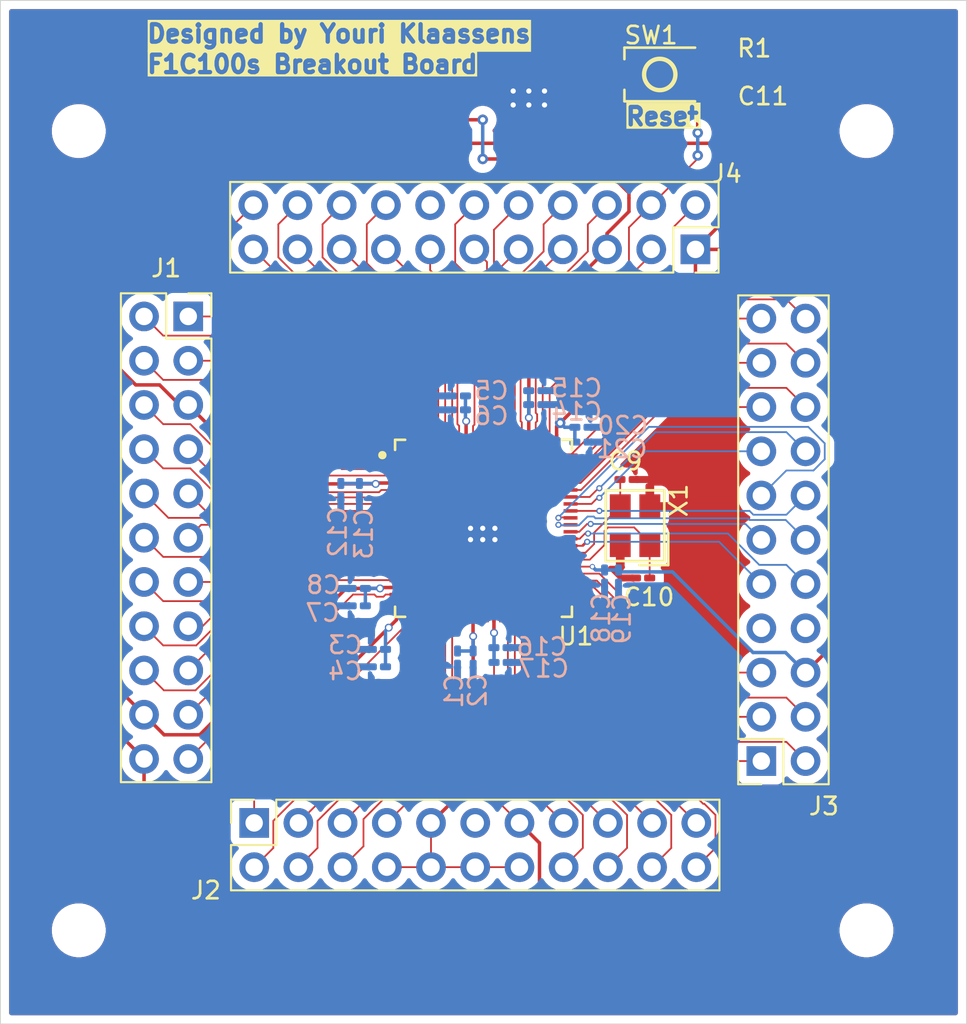
<source format=kicad_pcb>
(kicad_pcb (version 20241229) (generator "pcbnew") (generator_version "9.0")
  (title_block (title "F1C100s Breakout Board Layout") (date "2025-04-04") (rev "1") (company "Author: Youri Klaassens"))
  (layers (0 "F.Cu" signal) (2 "B.Cu" signal) (13 "F.Paste" user) (15 "B.Paste" user) (5 "F.SilkS" user "F.Silkscreen") (7 "B.SilkS" user "B.Silkscreen") (1 "F.Mask" user) (3 "B.Mask" user) (25 "Edge.Cuts" user))
  (net 0 "")
  (net 1 "PD12")
  (net 2 "HPCOMFB")
  (net 3 "HPVCC")
  (net 4 "HPCOM")
  (net 5 "PD7")
  (net 6 "PD1")
  (net 7 "PD5")
  (net 8 "HPL")
  (net 9 "PD10")
  (net 10 "PD2")
  (net 11 "PD13")
  (net 12 "PD0")
  (net 13 "PD9")
  (net 14 "PD8")
  (net 15 "PD6")
  (net 16 "PD3")
  (net 17 "PD14")
  (net 18 "PD4")
  (net 19 "PD11")
  (net 20 "PE6")
  (net 21 "PE11")
  (net 22 "PD17")
  (net 23 "PE12")
  (net 24 "PD18")
  (net 25 "PE9")
  (net 26 "/HOSCO")
  (net 27 "PE7")
  (net 28 "PE10")
  (net 29 "PD20")
  (net 30 "PE5")
  (net 32 "PE8")
  (net 33 "PD19")
  (net 34 "PD15")
  (net 35 "PD21")
  (net 36 "PD16")
  (net 37 "PE4")
  (net 38 "PE3")
  (net 39 "PE0")
  (net 40 "PE1")
  (net 41 "PE2")
  (net 42 "PF4")
  (net 43 "PC3")
  (net 44 "PF2")
  (net 45 "/HOSCI")
  (net 46 "TPY2")
  (net 47 "TPX1")
  (net 48 "PC1")
  (net 49 "TPX2")
  (net 50 "PF0")
  (net 51 "PF3")
  (net 52 "PC2")
  (net 53 "TPY1")
  (net 54 "PF5")
  (net 55 "GND")
  (net 56 "+2V5")
  (net 57 "+1V1")
  (net 58 "+2V8")
  (net 59 "+3V3")
  (net 60 "PC0")
  (net 61 "PF1")
  (net 62 "USB_DP")
  (net 63 "VRA2")
  (net 64 "VRA1")
  (net 65 "TV_IN1")
  (net 66 "AGND")
  (net 67 "FMINR")
  (net 68 "TVOUT")
  (net 69 "USB_DM")
  (net 70 "RESET")
  (net 71 "LRADC0")
  (net 72 "TV_VRN")
  (net 73 "TV_VCC")
  (net 74 "HPR")
  (net 75 "LINL")
  (net 76 "AVCC")
  (net 77 "TV_IN0")
  (net 78 "TV_VRP")
  (net 79 "MICIN")
  (net 80 "FMINL")
  (net 81 "TVGND")
  (footprint "Capacitor_SMD:C_0201_0603Metric_Pad0.64x0.40mm_HandSolder" (layer "F.Cu") (at 163.57 38.75 90)
    (property "Reference" "C11")
    (property "Value" "0.1 uF" (hide yes))
  )
  (footprint "Capacitor_SMD:C_0201_0603Metric_Pad0.64x0.40mm_HandSolder" (layer "F.Cu") (at 157.6925 61.25 180)
    (property "Reference" "C9")
    (property "Value" "18 pF" (hide yes))
  )
  (footprint "Connector_PinSocket_2.54mm:PinSocket_2x11_P2.54mm_Vertical" (layer "F.Cu") (at 161.62 48.04 -90)
    (property "Reference" "J4")
    (property "Value" "Conn_02x11_Odd_Even" (hide yes))
  )
  (footprint "MountingHole:MountingHole_2.7mm_M2.5" (layer "F.Cu") (at 126.195 87.125)
    (property "Reference" "H1" (hide yes))
    (property "Value" "MountingHole" (hide yes))
  )
  (footprint "MountingHole:MountingHole_2.7mm_M2.5" (layer "F.Cu") (at 171.445 41.25)
    (property "Reference" "H3" (hide yes))
    (property "Value" "MountingHole" (hide yes))
  )
  (footprint "Capacitor_SMD:C_0201_0603Metric_Pad0.64x0.40mm_HandSolder" (layer "F.Cu") (at 158.5825 66.9 180)
    (property "Reference" "C10")
    (property "Value" "18 pF" (hide yes))
  )
  (footprint "24MHz-Oscillator:CRYSTAL-SMD_4P-L3.2-W2.5-BL" (layer "F.Cu") (at 158.15 63.9 90)
    (property "Reference" "X1")
    (property "Value" "24 MHz" (hide yes))
  )
  (footprint "Connector_PinSocket_2.54mm:PinSocket_2x11_P2.54mm_Vertical" (layer "F.Cu") (at 165.405 77.41 180)
    (property "Reference" "J3")
    (property "Value" "Conn_02x11_Odd_Even" (hide yes))
  )
  (footprint "Resistor_SMD:R_0201_0603Metric_Pad0.64x0.40mm_HandSolder" (layer "F.Cu") (at 163.57 36.75 -90)
    (property "Reference" "R1")
    (property "Value" "47K" (hide yes))
  )
  (footprint "F1C100s-SoC:QFN-88_L10.0-W10.0-P0.40-BL-EP6.75" (layer "F.Cu") (at 149.445 64.05 -90)
    (property "Reference" "U1")
    (property "Value" "F1C100S" (hide yes))
  )
  (footprint "MountingHole:MountingHole_2.7mm_M2.5" (layer "F.Cu") (at 171.445 87.125)
    (property "Reference" "H2" (hide yes))
    (property "Value" "MountingHole" (hide yes))
  )
  (footprint "Connector_PinSocket_2.54mm:PinSocket_2x11_P2.54mm_Vertical" (layer "F.Cu") (at 136.27 80.96 90)
    (property "Reference" "J2")
    (property "Value" "Conn_02x11_Odd_Even" (hide yes))
  )
  (footprint "Connector_PinSocket_2.54mm:PinSocket_2x11_P2.54mm_Vertical" (layer "F.Cu") (at 132.485 51.89)
    (property "Reference" "J1")
    (property "Value" "Conn_02x11_Odd_Even" (hide yes))
  )
  (footprint "MountingHole:MountingHole_2.7mm_M2.5" (layer "F.Cu") (at 126.195 41.25)
    (property "Reference" "H4" (hide yes))
    (property "Value" "MountingHole" (hide yes))
  )
  (footprint "Button-smd:SW-SMD_L3.9-W3.0-P4.45" (layer "F.Cu") (at 159.57 38)
    (property "Reference" "SW1")
    (property "Value" "~")
  )
  (footprint "Capacitor_SMD:C_0201_0603Metric_Pad0.64x0.40mm_HandSolder" (layer "B.Cu") (at 142.3175 61.8825 -90)
    (property "Reference" "C13")
    (property "Value" "0.1 uF" (hide yes))
  )
  (footprint "Capacitor_SMD:C_0201_0603Metric_Pad0.64x0.40mm_HandSolder" (layer "B.Cu") (at 152.45 56.95)
    (property "Reference" "C14")
    (property "Value" "1 uF" (hide yes))
  )
  (footprint "Capacitor_SMD:C_0201_0603Metric_Pad0.64x0.40mm_HandSolder" (layer "B.Cu") (at 142.25 67.5 180)
    (property "Reference" "C8")
    (property "Value" "0.1 uF" (hide yes))
  )
  (footprint "Capacitor_SMD:C_0201_0603Metric_Pad0.64x0.40mm_HandSolder" (layer "B.Cu") (at 141.25 61.8825 -90)
    (property "Reference" "C12")
    (property "Value" "1 uF" (hide yes))
  )
  (footprint "Capacitor_SMD:C_0201_0603Metric_Pad0.64x0.40mm_HandSolder" (layer "B.Cu") (at 155.1 58.25)
    (property "Reference" "C21")
    (property "Value" "0.1 uF" (hide yes))
  )
  (footprint "Capacitor_SMD:C_0201_0603Metric_Pad0.64x0.40mm_HandSolder" (layer "B.Cu") (at 148 57.25 180)
    (property "Reference" "C6")
    (property "Value" "0.1 uF" (hide yes))
  )
  (footprint "Capacitor_SMD:C_0201_0603Metric_Pad0.64x0.40mm_HandSolder" (layer "B.Cu") (at 155.1 59.1)
    (property "Reference" "C20")
    (property "Value" "1 uF" (hide yes))
  )
  (footprint "Capacitor_SMD:C_0201_0603Metric_Pad0.64x0.40mm_HandSolder" (layer "B.Cu") (at 150.45 70.9)
    (property "Reference" "C16")
    (property "Value" "1 uF" (hide yes))
  )
  (footprint "Capacitor_SMD:C_0201_0603Metric_Pad0.64x0.40mm_HandSolder" (layer "B.Cu") (at 156.4 66.85 -90)
    (property "Reference" "C18")
    (property "Value" "1 uF" (hide yes))
  )
  (footprint "Capacitor_SMD:C_0201_0603Metric_Pad0.64x0.40mm_HandSolder" (layer "B.Cu") (at 143.4075 72 180)
    (property "Reference" "C4")
    (property "Value" "0.1 uF" (hide yes))
  )
  (footprint "Capacitor_SMD:C_0201_0603Metric_Pad0.64x0.40mm_HandSolder" (layer "B.Cu") (at 147.95 71.5 -90)
    (property "Reference" "C1")
    (property "Value" "0.1 uF" (hide yes))
  )
  (footprint "Capacitor_SMD:C_0201_0603Metric_Pad0.64x0.40mm_HandSolder" (layer "B.Cu") (at 157.2 66.85 -90)
    (property "Reference" "C19")
    (property "Value" "0.1 uF" (hide yes))
  )
  (footprint "Capacitor_SMD:C_0201_0603Metric_Pad0.64x0.40mm_HandSolder" (layer "B.Cu") (at 152.45 56.15)
    (property "Reference" "C15")
    (property "Value" "0.1 uF" (hide yes))
  )
  (footprint "Capacitor_SMD:C_0201_0603Metric_Pad0.64x0.40mm_HandSolder" (layer "B.Cu") (at 143.4075 71 180)
    (property "Reference" "C3")
    (property "Value" "1 uF" (hide yes))
  )
  (footprint "Capacitor_SMD:C_0201_0603Metric_Pad0.64x0.40mm_HandSolder" (layer "B.Cu") (at 150.4575 71.75)
    (property "Reference" "C17")
    (property "Value" "0.1 uF" (hide yes))
  )
  (footprint "Capacitor_SMD:C_0201_0603Metric_Pad0.64x0.40mm_HandSolder" (layer "B.Cu") (at 148.85 71.5 -90)
    (property "Reference" "C2")
    (property "Value" "1 uF" (hide yes))
  )
  (footprint "Capacitor_SMD:C_0201_0603Metric_Pad0.64x0.40mm_HandSolder" (layer "B.Cu") (at 148 56.45 180)
    (property "Reference" "C5")
    (property "Value" "1 uF" (hide yes))
  )
  (footprint "Capacitor_SMD:C_0201_0603Metric_Pad0.64x0.40mm_HandSolder" (layer "B.Cu") (at 142.25 68.5 180)
    (property "Reference" "C7")
    (property "Value" "1 uF" (hide yes))
  )
  (gr_rect (start 121.695 33.75) (end 177.195 92.5) (stroke (width 0.05)) (fill no) (layer "Edge.Cuts"))
  (gr_text "F1C100s Breakout Board" (at 130 38 0) (layer "F.SilkS" knockout) (effects (font (size 1 1) (thickness 0.25) (bold yes)) (justify left bottom)))
  (gr_text "Designed by Youri Klaassens" (at 130 36.25 0) (layer "F.SilkS" knockout) (effects (font (size 1 1) (thickness 0.25) (bold yes)) (justify left bottom)))
  (gr_text "Reset" (at 157.5 41 0) (layer "F.SilkS" knockout) (effects (font (size 1 1) (thickness 0.25) (bold yes)) (justify left bottom)))
  (segment (start 132.90205 73.35) (end 131.085 73.35) (width 0.1) (layer "F.Cu") (net 1))
  (segment (start 131.085 73.35) (end 129.945 72.21) (width 0.1) (layer "F.Cu") (net 1))
  (segment (start 144.445 66.65) (end 139.60205 66.65) (width 0.1) (layer "F.Cu") (net 1))
  (segment (start 139.60205 66.65) (end 132.90205 73.35) (width 0.1) (layer "F.Cu") (net 1))
  (segment (start 144.445 60.25) (end 141.75 60.25) (width 0.1) (layer "F.Cu") (net 2))
  (segment (start 141.75 60.25) (end 134.491 52.991) (width 0.1) (layer "F.Cu") (net 2))
  (segment (start 131.046 52.991) (end 129.945 51.89) (width 0.1) (layer "F.Cu") (net 2))
  (segment (start 134.491 52.991) (end 131.046 52.991) (width 0.1) (layer "F.Cu") (net 2))
  (segment (start 140.524 61.024) (end 135.031 55.531) (width 0.1) (layer "F.Cu") (net 3))
  (segment (start 135.031 55.531) (end 131.046 55.531) (width 0.1) (layer "F.Cu") (net 3))
  (segment (start 144.445 61.05) (end 144.419 61.024) (width 0.1) (layer "F.Cu") (net 3))
  (segment (start 144.419 61.024) (end 140.524 61.024) (width 0.1) (layer "F.Cu") (net 3))
  (segment (start 131.046 55.531) (end 129.945 54.43) (width 0.1) (layer "F.Cu") (net 3))
  (segment (start 135.08 54.43) (end 141.3 60.65) (width 0.1) (layer "F.Cu") (net 4))
  (segment (start 132.485 54.43) (end 135.08 54.43) (width 0.1) (layer "F.Cu") (net 4))
  (segment (start 141.3 60.65) (end 144.445 60.65) (width 0.1) (layer "F.Cu") (net 4))
  (segment (start 136.825678 64.65) (end 134.345678 67.13) (width 0.1) (layer "F.Cu") (net 5))
  (segment (start 144.445 64.65) (end 136.825678 64.65) (width 0.1) (layer "F.Cu") (net 5))
  (segment (start 134.345678 67.13) (end 132.485 67.13) (width 0.1) (layer "F.Cu") (net 5))
  (segment (start 135.252 62.277) (end 132.485 59.51) (width 0.1) (layer "F.Cu") (net 6))
  (segment (start 144.418 62.277) (end 135.252 62.277) (width 0.1) (layer "F.Cu") (net 6))
  (segment (start 144.445 62.25) (end 144.418 62.277) (width 0.1) (layer "F.Cu") (net 6))
  (segment (start 144.445 63.85) (end 133.225 63.85) (width 0.1) (layer "F.Cu") (net 7))
  (segment (start 133.225 63.85) (end 132.485 64.59) (width 0.1) (layer "F.Cu") (net 7))
  (segment (start 144.445 59.85) (end 142.35 59.85) (width 0.1) (layer "F.Cu") (net 8))
  (segment (start 142.35 59.85) (end 134.39 51.89) (width 0.1) (layer "F.Cu") (net 8))
  (segment (start 134.39 51.89) (end 132.485 51.89) (width 0.1) (layer "F.Cu") (net 8))
  (segment (start 131.046 70.771) (end 129.945 69.67) (width 0.1) (layer "F.Cu") (net 9))
  (segment (start 132.94105 70.771) (end 131.046 70.771) (width 0.1) (layer "F.Cu") (net 9))
  (segment (start 144.445 65.85) (end 137.86205 65.85) (width 0.1) (layer "F.Cu") (net 9))
  (segment (start 137.86205 65.85) (end 132.94105 70.771) (width 0.1) (layer "F.Cu") (net 9))
  (segment (start 144.445 62.65) (end 134.64205 62.65) (width 0.1) (layer "F.Cu") (net 10))
  (segment (start 134.64205 62.65) (end 132.60305 60.611) (width 0.1) (layer "F.Cu") (net 10))
  (segment (start 131.046 60.611) (end 129.945 59.51) (width 0.1) (layer "F.Cu") (net 10))
  (segment (start 132.60305 60.611) (end 131.046 60.611) (width 0.1) (layer "F.Cu") (net 10))
  (segment (start 140.211 67.024) (end 132.485 74.75) (width 0.1) (layer "F.Cu") (net 11))
  (segment (start 144.445 67.05) (end 144.419 67.024) (width 0.1) (layer "F.Cu") (net 11))
  (segment (start 144.419 67.024) (end 140.211 67.024) (width 0.1) (layer "F.Cu") (net 11))
  (segment (start 132.60305 58.071) (end 131.046 58.071) (width 0.1) (layer "F.Cu") (net 12))
  (segment (start 136.50805 61.976) (end 132.60305 58.071) (width 0.1) (layer "F.Cu") (net 12))
  (segment (start 144.445 61.85) (end 143.573166 61.85) (width 0.1) (layer "F.Cu") (net 12))
  (segment (start 131.046 58.071) (end 129.945 56.97) (width 0.1) (layer "F.Cu") (net 12))
  (segment (start 143.573166 61.85) (end 143.447166 61.976) (width 0.1) (layer "F.Cu") (net 12))
  (segment (start 143.447166 61.976) (end 136.50805 61.976) (width 0.1) (layer "F.Cu") (net 12))
  (segment (start 144.445 65.45) (end 137.525678 65.45) (width 0.1) (layer "F.Cu") (net 13))
  (segment (start 133.305678 69.67) (end 132.485 69.67) (width 0.1) (layer "F.Cu") (net 13))
  (segment (start 137.525678 65.45) (end 133.305678 69.67) (width 0.1) (layer "F.Cu") (net 13))
  (segment (start 144.445 65.05) (end 137.5 65.05) (width 0.1) (layer "F.Cu") (net 14))
  (segment (start 131.046 68.231) (end 129.945 67.13) (width 0.1) (layer "F.Cu") (net 14))
  (segment (start 134.319 68.231) (end 131.046 68.231) (width 0.1) (layer "F.Cu") (net 14))
  (segment (start 137.5 65.05) (end 134.319 68.231) (width 0.1) (layer "F.Cu") (net 14))
  (segment (start 131.046 65.691) (end 129.945 64.59) (width 0.1) (layer "F.Cu") (net 15))
  (segment (start 135.359 65.691) (end 131.046 65.691) (width 0.1) (layer "F.Cu") (net 15))
  (segment (start 144.445 64.25) (end 136.8 64.25) (width 0.1) (layer "F.Cu") (net 15))
  (segment (start 136.8 64.25) (end 135.359 65.691) (width 0.1) (layer "F.Cu") (net 15))
  (segment (start 133.485 63.05) (end 132.485 62.05) (width 0.1) (layer "F.Cu") (net 16))
  (segment (start 144.445 63.05) (end 133.485 63.05) (width 0.1) (layer "F.Cu") (net 16))
  (segment (start 143.697166 67.976) (end 143.302834 67.976) (width 0.1) (layer "F.Cu") (net 17))
  (segment (start 132.51 77.29) (end 132.485 77.29) (width 0.1) (layer "F.Cu") (net 17))
  (segment (start 143.176834 67.85) (end 141.95 67.85) (width 0.1) (layer "F.Cu") (net 17))
  (segment (start 143.302834 67.976) (end 143.176834 67.85) (width 0.1) (layer "F.Cu") (net 17))
  (segment (start 144.445 67.85) (end 143.823166 67.85) (width 0.1) (layer "F.Cu") (net 17))
  (segment (start 141.95 67.85) (end 132.51 77.29) (width 0.1) (layer "F.Cu") (net 17))
  (segment (start 143.823166 67.85) (end 143.697166 67.976) (width 0.1) (layer "F.Cu") (net 17))
  (segment (start 144.445 63.45) (end 131.345 63.45) (width 0.1) (layer "F.Cu") (net 18))
  (segment (start 131.345 63.45) (end 129.945 62.05) (width 0.1) (layer "F.Cu") (net 18))
  (segment (start 138.445 66.25) (end 132.485 72.21) (width 0.1) (layer "F.Cu") (net 19))
  (segment (start 144.445 66.25) (end 138.445 66.25) (width 0.1) (layer "F.Cu") (net 19))
  (segment (start 153.245 72.535) (end 161.67 80.96) (width 0.1) (layer "F.Cu") (net 20))
  (segment (start 153.245 69.05) (end 153.245 72.535) (width 0.1) (layer "F.Cu") (net 20))
  (segment (start 151.245 69.05) (end 151.245 76.59795) (width 0.1) (layer "F.Cu") (net 21))
  (segment (start 155.151 80.50395) (end 155.151 82.399) (width 0.1) (layer "F.Cu") (net 21))
  (segment (start 151.245 76.59795) (end 155.151 80.50395) (width 0.1) (layer "F.Cu") (net 21))
  (segment (start 155.151 82.399) (end 154.05 83.5) (width 0.1) (layer "F.Cu") (net 21))
  (segment (start 146.045 69.05) (end 146.045 73.725) (width 0.1) (layer "F.Cu") (net 22))
  (segment (start 146.045 73.725) (end 138.81 80.96) (width 0.1) (layer "F.Cu") (net 22))
  (segment (start 150.845 77.755) (end 154.05 80.96) (width 0.1) (layer "F.Cu") (net 23))
  (segment (start 150.845 69.05) (end 150.845 77.755) (width 0.1) (layer "F.Cu") (net 23))
  (segment (start 146.445 69.05) (end 146.445 74.30795) (width 0.1) (layer "F.Cu") (net 24))
  (segment (start 139.911 82.399) (end 138.81 83.5) (width 0.1) (layer "F.Cu") (net 24))
  (segment (start 139.911 80.84195) (end 139.911 82.399) (width 0.1) (layer "F.Cu") (net 24))
  (segment (start 146.445 74.30795) (end 139.911 80.84195) (width 0.1) (layer "F.Cu") (net 24))
  (segment (start 157.691 80.50395) (end 157.691 82.399) (width 0.1) (layer "F.Cu") (net 25))
  (segment (start 152.045 74.85795) (end 157.691 80.50395) (width 0.1) (layer "F.Cu") (net 25))
  (segment (start 157.691 82.399) (end 156.59 83.5) (width 0.1) (layer "F.Cu") (net 25))
  (segment (start 152.045 69.05) (end 152.045 74.85795) (width 0.1) (layer "F.Cu") (net 25))
  (segment (start 155.8 64.95) (end 155.3 65.45) (width 0.1) (layer "F.Cu") (net 26))
  (segment (start 155.8 64.3) (end 155.8 64.95) (width 0.1) (layer "F.Cu") (net 26))
  (segment (start 155.3 65.45) (end 154.445 65.45) (width 0.1) (layer "F.Cu") (net 26))
  (segment (start 157.3 62.8) (end 155.8 64.3) (width 0.1) (layer "F.Cu") (net 26))
  (segment (start 157.3 62.8) (end 157.3 61.265) (width 0.1) (layer "F.Cu") (net 26))
  (segment (start 157.3 61.265) (end 157.285 61.25) (width 0.1) (layer "F.Cu") (net 26))
  (segment (start 152.845 69.05) (end 152.845 73.11795) (width 0.1) (layer "F.Cu") (net 27))
  (segment (start 152.845 73.11795) (end 160.231 80.50395) (width 0.1) (layer "F.Cu") (net 27))
  (segment (start 160.231 82.399) (end 159.13 83.5) (width 0.1) (layer "F.Cu") (net 27))
  (segment (start 160.231 80.50395) (end 160.231 82.399) (width 0.1) (layer "F.Cu") (net 27))
  (segment (start 151.645 69.05) (end 151.645 76.015) (width 0.1) (layer "F.Cu") (net 28))
  (segment (start 151.645 76.015) (end 156.59 80.96) (width 0.1) (layer "F.Cu") (net 28))
  (segment (start 147.245 69.05) (end 147.245 76.04795) (width 0.1) (layer "F.Cu") (net 29))
  (segment (start 142.55 80.74295) (end 142.55 82.3) (width 0.1) (layer "F.Cu") (net 29))
  (segment (start 142.55 82.3) (end 141.35 83.5) (width 0.1) (layer "F.Cu") (net 29))
  (segment (start 147.245 76.04795) (end 142.55 80.74295) (width 0.1) (layer "F.Cu") (net 29))
  (segment (start 162.771 82.399) (end 161.67 83.5) (width 0.1) (layer "F.Cu") (net 30))
  (segment (start 153.645 71.445) (end 162.059 79.859) (width 0.1) (layer "F.Cu") (net 30))
  (segment (start 162.059 79.859) (end 162.12605 79.859) (width 0.1) (layer "F.Cu") (net 30))
  (segment (start 162.12605 79.859) (end 162.771 80.50395) (width 0.1) (layer "F.Cu") (net 30))
  (segment (start 162.771 80.50395) (end 162.771 82.399) (width 0.1) (layer "F.Cu") (net 30))
  (segment (start 153.645 69.05) (end 153.645 71.445) (width 0.1) (layer "F.Cu") (net 30))
  (segment (start 152.445 69.05) (end 152.445 74.275) (width 0.1) (layer "F.Cu") (net 32))
  (segment (start 152.445 74.275) (end 159.13 80.96) (width 0.1) (layer "F.Cu") (net 32))
  (segment (start 146.845 75.465) (end 141.35 80.96) (width 0.1) (layer "F.Cu") (net 33))
  (segment (start 146.845 69.05) (end 146.845 75.465) (width 0.1) (layer "F.Cu") (net 33))
  (segment (start 136.27 78.325) (end 136.27 80.96) (width 0.1) (layer "F.Cu") (net 34))
  (segment (start 145.245 69.05) (end 145.245 69.35) (width 0.1) (layer "F.Cu") (net 34))
  (segment (start 145.245 69.35) (end 136.27 78.325) (width 0.1) (layer "F.Cu") (net 34))
  (segment (start 147.645 77.205) (end 143.89 80.96) (width 0.1) (layer "F.Cu") (net 35))
  (segment (start 147.645 69.05) (end 147.645 77.205) (width 0.1) (layer "F.Cu") (net 35))
  (segment (start 137.371 82.399) (end 136.27 83.5) (width 0.1) (layer "F.Cu") (net 36))
  (segment (start 145.645 72.56795) (end 137.371 80.84195) (width 0.1) (layer "F.Cu") (net 36))
  (segment (start 145.645 69.05) (end 145.645 72.56795) (width 0.1) (layer "F.Cu") (net 36))
  (segment (start 137.371 80.84195) (end 137.371 82.399) (width 0.1) (layer "F.Cu") (net 36))
  (segment (start 154.445 68.25) (end 154.75 68.25) (width 0.1) (layer "F.Cu") (net 37))
  (segment (start 163.91 77.41) (end 165.405 77.41) (width 0.1) (layer "F.Cu") (net 37))
  (segment (start 154.75 68.25) (end 163.91 77.41) (width 0.1) (layer "F.Cu") (net 37))
  (segment (start 163.506 76.309) (end 166.844 76.309) (width 0.1) (layer "F.Cu") (net 38))
  (segment (start 155.047 67.85) (end 163.506 76.309) (width 0.1) (layer "F.Cu") (net 38))
  (segment (start 154.445 67.85) (end 155.047 67.85) (width 0.1) (layer "F.Cu") (net 38))
  (segment (start 166.844 76.309) (end 167.945 77.41) (width 0.1) (layer "F.Cu") (net 38))
  (segment (start 156.1 66.65) (end 161.78 72.33) (width 0.1) (layer "F.Cu") (net 39))
  (segment (start 154.445 66.65) (end 156.1 66.65) (width 0.1) (layer "F.Cu") (net 39))
  (segment (start 161.78 72.33) (end 165.405 72.33) (width 0.1) (layer "F.Cu") (net 39))
  (segment (start 154.445 67.05) (end 155.949409 67.05) (width 0.1) (layer "F.Cu") (net 40))
  (segment (start 155.949409 67.05) (end 162.668409 73.769) (width 0.1) (layer "F.Cu") (net 40))
  (segment (start 166.844 73.769) (end 167.945 74.87) (width 0.1) (layer "F.Cu") (net 40))
  (segment (start 162.668409 73.769) (end 166.844 73.769) (width 0.1) (layer "F.Cu") (net 40))
  (segment (start 154.445 67.45) (end 155.8 67.45) (width 0.1) (layer "F.Cu") (net 41))
  (segment (start 163.22 74.87) (end 165.405 74.87) (width 0.1) (layer "F.Cu") (net 41))
  (segment (start 155.8 67.45) (end 163.22 74.87) (width 0.1) (layer "F.Cu") (net 41))
  (segment (start 155.45 64.35) (end 155.272024 64.35) (width 0.1) (layer "F.Cu") (net 42))
  (segment (start 154.972024 64.65) (end 154.445 64.65) (width 0.1) (layer "F.Cu") (net 42))
  (segment (start 155.272024 64.35) (end 154.972024 64.65) (width 0.1) (layer "F.Cu") (net 42))
  (segment (start 154.445 64.65) (end 154.974 64.65) (width 0.1) (layer "F.Cu") (net 42))
  (via (at 155.45 64.35) (size 0.35) (drill 0.2) (layers "F.Cu" "B.Cu") (net 42))
  (segment (start 165.28695 66.149) (end 166.844 66.149) (width 0.1) (layer "B.Cu") (net 42))
  (segment (start 163.48795 64.35) (end 165.28695 66.149) (width 0.1) (layer "B.Cu") (net 42))
  (segment (start 166.844 66.149) (end 167.945 67.25) (width 0.1) (layer "B.Cu") (net 42))
  (segment (start 155.45 64.35) (end 163.48795 64.35) (width 0.1) (layer "B.Cu") (net 42))
  (segment (start 154.445 61.45) (end 155.021322 61.45) (width 0.1) (layer "F.Cu") (net 43))
  (segment (start 160.482322 55.989) (end 166.844 55.989) (width 0.1) (layer "F.Cu") (net 43))
  (segment (start 155.021322 61.45) (end 160.482322 55.989) (width 0.1) (layer "F.Cu") (net 43))
  (segment (start 166.844 55.989) (end 167.945 57.09) (width 0.1) (layer "F.Cu") (net 43))
  (segment (start 154.445 63.85) (end 154.419 63.876) (width 0.1) (layer "F.Cu") (net 44))
  (segment (start 154.419 63.876) (end 153.75 63.876) (width 0.1) (layer "F.Cu") (net 44))
  (via (at 153.75 63.85) (size 0.35) (drill 0.2) (layers "F.Cu" "B.Cu") (net 44))
  (segment (start 155.05 63.75) (end 154.924 63.876) (width 0.1) (layer "B.Cu") (net 44))
  (segment (start 155.423545 63.374) (end 155.05 63.747545) (width 0.1) (layer "B.Cu") (net 44))
  (segment (start 155.776455 63.374) (end 155.423545 63.374) (width 0.1) (layer "B.Cu") (net 44))
  (segment (start 164.625 63.476) (end 155.878455 63.476) (width 0.1) (layer "B.Cu") (net 44))
  (segment (start 154.924 63.876) (end 153.75 63.876) (width 0.1) (layer "B.Cu") (net 44))
  (segment (start 155.05 63.747545) (end 155.05 63.75) (width 0.1) (layer "B.Cu") (net 44))
  (segment (start 164.721 63.572) (end 164.625 63.476) (width 0.1) (layer "B.Cu") (net 44))
  (segment (start 167.945 64.71) (end 166.807 63.572) (width 0.1) (layer "B.Cu") (net 44))
  (segment (start 166.807 63.572) (end 164.721 63.572) (width 0.1) (layer "B.Cu") (net 44))
  (segment (start 155.878455 63.476) (end 155.776455 63.374) (width 0.1) (layer "B.Cu") (net 44))
  (segment (start 158.1 64) (end 156.6 64) (width 0.1) (layer "F.Cu") (net 45))
  (segment (start 159 64.9) (end 158.1 64) (width 0.1) (layer "F.Cu") (net 45))
  (segment (start 156.4 64.2) (end 156.4 65) (width 0.1) (layer "F.Cu") (net 45))
  (segment (start 158.99 66.9) (end 158.99 65.01) (width 0.1) (layer "F.Cu") (net 45))
  (segment (start 159 65) (end 159 64.9) (width 0.2) (layer "F.Cu") (net 45))
  (segment (start 156.4 65) (end 155.55 65.85) (width 0.1) (layer "F.Cu") (net 45))
  (segment (start 155.55 65.85) (end 154.445 65.85) (width 0.1) (layer "F.Cu") (net 45))
  (segment (start 156.6 64) (end 156.4 64.2) (width 0.1) (layer "F.Cu") (net 45))
  (segment (start 161.495644 54.55) (end 165.405 54.55) (width 0.1) (layer "F.Cu") (net 46))
  (segment (start 154.445 61.05) (end 154.995644 61.05) (width 0.1) (layer "F.Cu") (net 46))
  (segment (start 154.995644 61.05) (end 161.495644 54.55) (width 0.1) (layer "F.Cu") (net 46))
  (segment (start 154.445 59.85) (end 163.386 50.909) (width 0.1) (layer "F.Cu") (net 47))
  (segment (start 163.386 50.909) (end 166.844 50.909) (width 0.1) (layer "F.Cu") (net 47))
  (segment (start 166.844 50.909) (end 167.945 52.01) (width 0.1) (layer "F.Cu") (net 47))
  (segment (start 154.445 62.25) (end 155.547545 62.25) (width 0.1) (layer "F.Cu") (net 48))
  (segment (start 155.547545 62.25) (end 156.047545 61.75) (width 0.1) (layer "F.Cu") (net 48))
  (segment (start 156.047545 61.75) (end 156.1 61.75) (width 0.1) (layer "F.Cu") (net 48))
  (via (at 156.1 61.75) (size 0.35) (drill 0.2) (layers "F.Cu" "B.Cu") (net 48))
  (segment (start 159.321 58.529) (end 166.844 58.529) (width 0.1) (layer "B.Cu") (net 48))
  (segment (start 156.1 61.75) (end 159.321 58.529) (width 0.1) (layer "B.Cu") (net 48))
  (segment (start 166.844 58.529) (end 167.945 59.63) (width 0.1) (layer "B.Cu") (net 48))
  (segment (start 154.945 60.25) (end 163.185 52.01) (width 0.1) (layer "F.Cu") (net 49))
  (segment (start 163.185 52.01) (end 165.405 52.01) (width 0.1) (layer "F.Cu") (net 49))
  (segment (start 154.445 60.25) (end 154.945 60.25) (width 0.1) (layer "F.Cu") (net 49))
  (segment (start 154.445 63.05) (end 156.1 63.05) (width 0.1) (layer "F.Cu") (net 50))
  (via (at 156.1 63.05) (size 0.35) (drill 0.2) (layers "F.Cu" "B.Cu") (net 50))
  (segment (start 164.72795 63.05) (end 164.94895 63.271) (width 0.1) (layer "B.Cu") (net 50))
  (segment (start 166.844 63.271) (end 167.945 62.17) (width 0.1) (layer "B.Cu") (net 50))
  (segment (start 156.1 63.05) (end 164.72795 63.05) (width 0.1) (layer "B.Cu") (net 50))
  (segment (start 164.94895 63.271) (end 166.844 63.271) (width 0.1) (layer "B.Cu") (net 50))
  (segment (start 154.445 64.25) (end 154.946346 64.25) (width 0.1) (layer "F.Cu") (net 51))
  (segment (start 155.396346 63.8) (end 155.6 63.8) (width 0.1) (layer "F.Cu") (net 51))
  (segment (start 154.946346 64.25) (end 155.396346 63.8) (width 0.1) (layer "F.Cu") (net 51))
  (via (at 155.6 63.8) (size 0.35) (drill 0.2) (layers "F.Cu" "B.Cu") (net 51))
  (segment (start 155.45 63.8) (end 164.495 63.8) (width 0.1) (layer "B.Cu") (net 51))
  (segment (start 164.495 63.8) (end 165.405 64.71) (width 0.1) (layer "B.Cu") (net 51))
  (segment (start 154.445 61.85) (end 155.047 61.85) (width 0.1) (layer "F.Cu") (net 52))
  (segment (start 155.047 61.85) (end 159.807 57.09) (width 0.1) (layer "F.Cu") (net 52))
  (segment (start 159.807 57.09) (end 165.405 57.09) (width 0.1) (layer "F.Cu") (net 52))
  (segment (start 166.844 53.449) (end 167.945 54.55) (width 0.1) (layer "F.Cu") (net 53))
  (segment (start 162.170966 53.449) (end 166.844 53.449) (width 0.1) (layer "F.Cu") (net 53))
  (segment (start 154.969966 60.65) (end 162.170966 53.449) (width 0.1) (layer "F.Cu") (net 53))
  (segment (start 154.445 60.65) (end 154.969966 60.65) (width 0.1) (layer "F.Cu") (net 53))
  (segment (start 155.098958 65.05) (end 155.324479 64.824479) (width 0.1) (layer "F.Cu") (net 54))
  (segment (start 155.4 64.824479) (end 155.174479 65.05) (width 0.1) (layer "F.Cu") (net 54))
  (segment (start 154.445 65.05) (end 155.098958 65.05) (width 0.1) (layer "F.Cu") (net 54))
  (segment (start 155.174479 65.05) (end 154.445 65.05) (width 0.1) (layer "F.Cu") (net 54))
  (via (at 155.4 64.824479) (size 0.35) (drill 0.2) (layers "F.Cu" "B.Cu") (net 54))
  (segment (start 155.4 64.824479) (end 162.979479 64.824479) (width 0.1) (layer "B.Cu") (net 54))
  (segment (start 162.979479 64.824479) (end 165.405 67.25) (width 0.1) (layer "B.Cu") (net 54))
  (segment (start 149.4 64.05) (end 146.6 64.05) (width 0.2) (layer "F.Cu") (net 55))
  (segment (start 149.445 64.05) (end 149.445 64.045) (width 0.2) (layer "F.Cu") (net 55))
  (segment (start 149.445 64.055) (end 148.6 64.9) (width 0.2) (layer "F.Cu") (net 55))
  (segment (start 149.445 64.05) (end 149.4 64.05) (width 0.2) (layer "F.Cu") (net 55))
  (segment (start 149.445 66.255) (end 148.5 67.2) (width 0.2) (layer "F.Cu") (net 55))
  (via (at 151.15 38.95) (size 0.6) (drill 0.3) (layers "F.Cu" "B.Cu") (net 55))
  (via (at 150.1 64.7) (size 0.6) (drill 0.3) (layers "F.Cu" "B.Cu") (net 55))
  (via (at 150.1 64.05) (size 0.6) (drill 0.3) (layers "F.Cu" "B.Cu") (net 55))
  (via (at 148.7 64.7) (size 0.6) (drill 0.3) (layers "F.Cu" "B.Cu") (net 55))
  (via (at 152.05 38.95) (size 0.6) (drill 0.3) (layers "F.Cu" "B.Cu") (net 55))
  (via (at 152.05 39.75) (size 0.6) (drill 0.3) (layers "F.Cu" "B.Cu") (net 55))
  (via (at 149.4 64.05) (size 0.6) (drill 0.3) (layers "F.Cu" "B.Cu") (net 55))
  (via (at 152.95 38.95) (size 0.6) (drill 0.3) (layers "F.Cu" "B.Cu") (net 55))
  (via (at 152.95 39.75) (size 0.6) (drill 0.3) (layers "F.Cu" "B.Cu") (net 55))
  (via (at 151.15 39.75) (size 0.6) (drill 0.3) (layers "F.Cu" "B.Cu") (net 55))
  (via (at 149.4 64.7) (size 0.6) (drill 0.3) (layers "F.Cu" "B.Cu") (net 55))
  (via (at 148.7 64.05) (size 0.6) (drill 0.3) (layers "F.Cu" "B.Cu") (net 55))
  (segment (start 141.8425 68.5) (end 141.25 68.5) (width 0.1) (layer "B.Cu") (net 55))
  (segment (start 146.43 83.5) (end 151.51 83.5) (width 0.1) (layer "F.Cu") (net 56))
  (segment (start 150.445 68.445) (end 150.25 68.25) (width 0.2) (layer "F.Cu") (net 56))
  (segment (start 148.845 69.05) (end 148.845 68.405) (width 0.2) (layer "F.Cu") (net 56))
  (segment (start 149 68.25) (end 149.5 68.25) (width 0.2) (layer "F.Cu") (net 56))
  (segment (start 148.85 70.25) (end 148.85 78.54) (width 0.2) (layer "F.Cu") (net 56))
  (segment (start 150.445 69.05) (end 150.445 68.445) (width 0.2) (layer "F.Cu") (net 56))
  (segment (start 149.5 68.25) (end 150.25 68.25) (width 0.2) (layer "F.Cu") (net 56))
  (segment (start 143.89 83.5) (end 146.43 83.5) (width 0.1) (layer "F.Cu") (net 56))
  (segment (start 148.845 68.405) (end 149 68.25) (width 0.2) (layer "F.Cu") (net 56))
  (segment (start 148.845 70.155) (end 148.75 70.25) (width 0.2) (layer "F.Cu") (net 56))
  (segment (start 148.845 69.05) (end 148.845 70.155) (width 0.2) (layer "F.Cu") (net 56))
  (segment (start 146.43 83.5) (end 146.43 80.96) (width 0.1) (layer "F.Cu") (net 56))
  (segment (start 148.85 78.54) (end 146.43 80.96) (width 0.2) (layer "F.Cu") (net 56))
  (segment (start 148.045 69.05) (end 148.845 69.05) (width 0.25) (layer "F.Cu") (net 56))
  (segment (start 149.645 69.05) (end 149.645 68.395) (width 0.2) (layer "F.Cu") (net 56))
  (segment (start 149.645 68.395) (end 149.5 68.25) (width 0.2) (layer "F.Cu") (net 56))
  (via (at 148.85 70.25) (size 0.45) (drill 0.3) (layers "F.Cu" "B.Cu") (net 56))
  (segment (start 148.85 71.0925) (end 147.95 71.0925) (width 0.2) (layer "B.Cu") (net 56))
  (segment (start 148.85 71.0925) (end 148.85 70.25) (width 0.2) (layer "B.Cu") (net 56))
  (segment (start 152.661 82.111) (end 151.51 80.96) (width 0.2) (layer "F.Cu") (net 57))
  (segment (start 149.4 42.85) (end 155.85 42.85) (width 0.2) (layer "F.Cu") (net 57))
  (segment (start 157.8 45.86776) (end 156.54 47.12776) (width 0.2) (layer "F.Cu") (net 57))
  (segment (start 126.2 48.1) (end 133.7 40.6) (width 0.2) (layer "F.Cu") (net 57))
  (segment (start 150.045 70.045) (end 150.05 70.05) (width 0.2) (layer "F.Cu") (net 57))
  (segment (start 152.05 57.7) (end 152.05 52.53) (width 0.2) (layer "F.Cu") (net 57))
  (segment (start 152.045 57.705) (end 152.05 57.7) (width 0.2) (layer "F.Cu") (net 57))
  (segment (start 144.445 69.305) (end 144 69.75) (width 0.2) (layer "F.Cu") (net 57))
  (segment (start 144 69.75) (end 134.25 79.5) (width 0.2) (layer "F.Cu") (net 57))
  (segment (start 152.05 52.53) (end 156.54 48.04) (width 0.2) (layer "F.Cu") (net 57))
  (segment (start 133.7 40.6) (end 149.4 40.6) (width 0.2) (layer "F.Cu") (net 57))
  (segment (start 150.045 69.05) (end 150.045 70.045) (width 0.2) (layer "F.Cu") (net 57))
  (segment (start 152.661 85.689) (end 152.661 82.111) (width 0.2) (layer "F.Cu") (net 57))
  (segment (start 129.945 77.29) (end 126.2 73.545) (width 0.2) (layer "F.Cu") (net 57))
  (segment (start 157.8 45.1) (end 157.8 45.86776) (width 0.2) (layer "F.Cu") (net 57))
  (segment (start 151.51 80.96) (end 150.05 79.5) (width 0.1) (layer "F.Cu") (net 57))
  (segment (start 150.05 79.5) (end 150.05 70.05) (width 0.1) (layer "F.Cu") (net 57))
  (segment (start 155.85 42.85) (end 157.8 44.8) (width 0.2) (layer "F.Cu") (net 57))
  (segment (start 129.945 79.045) (end 129.945 77.29) (width 0.2) (layer "F.Cu") (net 57))
  (segment (start 152.045 59.05) (end 152.045 57.705) (width 0.2) (layer "F.Cu") (net 57))
  (segment (start 135.8 86.25) (end 152.1 86.25) (width 0.2) (layer "F.Cu") (net 57))
  (segment (start 144.445 68.25) (end 144.445 69.305) (width 0.2) (layer "F.Cu") (net 57))
  (segment (start 126.2 73.545) (end 126.2 48.1) (width 0.2) (layer "F.Cu") (net 57))
  (segment (start 134.25 79.5) (end 130.4 79.5) (width 0.2) (layer "F.Cu") (net 57))
  (segment (start 156.54 47.12776) (end 156.54 48.04) (width 0.2) (layer "F.Cu") (net 57))
  (segment (start 152.1 86.25) (end 152.661 85.689) (width 0.2) (layer "F.Cu") (net 57))
  (segment (start 130.4 79.5) (end 129.945 79.045) (width 0.2) (layer "F.Cu") (net 57))
  (segment (start 129.945 79.045) (end 129.945 80.395) (width 0.2) (layer "F.Cu") (net 57))
  (segment (start 129.945 80.395) (end 135.8 86.25) (width 0.2) (layer "F.Cu") (net 57))
  (segment (start 157.8 44.8) (end 157.8 45.1) (width 0.2) (layer "F.Cu") (net 57))
  (via (at 149.4 40.6) (size 0.6) (drill 0.3) (layers "F.Cu" "B.Cu") (net 57))
  (via (at 152.05 57.7) (size 0.45) (drill 0.3) (layers "F.Cu" "B.Cu") (net 57))
  (via (at 149.4 42.85) (size 0.6) (drill 0.3) (layers "F.Cu" "B.Cu") (net 57))
  (via (at 144 69.75) (size 0.45) (drill 0.3) (layers "F.Cu" "B.Cu") (net 57))
  (via (at 150.05 70.05) (size 0.45) (drill 0.3) (layers "F.Cu" "B.Cu") (net 57))
  (segment (start 143.815 69.935) (end 144 69.75) (width 0.2) (layer "B.Cu") (net 57))
  (segment (start 150.05 71.75) (end 150.05 70.05) (width 0.2) (layer "B.Cu") (net 57))
  (segment (start 149.4 42.85) (end 149.4 40.6) (width 0.2) (layer "B.Cu") (net 57))
  (segment (start 143.815 71) (end 143.815 69.935) (width 0.2) (layer "B.Cu") (net 57))
  (segment (start 152.0425 57.6925) (end 152.05 57.7) (width 0.2) (layer "B.Cu") (net 57))
  (segment (start 143.815 72) (end 143.815 71) (width 0.2) (layer "B.Cu") (net 57))
  (segment (start 152.0425 56.15) (end 152.0425 57.6925) (width 0.2) (layer "B.Cu") (net 57))
  (segment (start 148.445 57.905) (end 148.45 57.9) (width 0.2) (layer "F.Cu") (net 58))
  (segment (start 148.445 59.05) (end 148.445 57.905) (width 0.2) (layer "F.Cu") (net 58))
  (via (at 148.45 57.9) (size 0.45) (drill 0.3) (layers "F.Cu" "B.Cu") (net 58))
  (segment (start 148.4075 57.8575) (end 148.45 57.9) (width 0.2) (layer "B.Cu") (net 58))
  (segment (start 148.4075 56.45) (end 148.4075 57.8575) (width 0.2) (layer "B.Cu") (net 58))
  (segment (start 161.62 48.04) (end 164.1 45.56) (width 0.2) (layer "F.Cu") (net 59))
  (segment (start 165.4 37.05) (end 164.6925 36.3425) (width 0.2) (layer "F.Cu") (net 59))
  (segment (start 168.04 48.04) (end 171 51) (width 0.2) (layer "F.Cu") (net 59))
  (segment (start 137.015 61.5) (end 132.485 56.97) (width 0.2) (layer "F.Cu") (net 59))
  (segment (start 127.45 72.255) (end 129.945 74.75) (width 0.2) (layer "F.Cu") (net 59))
  (segment (start 144.445 67.45) (end 143.55 67.45) (width 0.2) (layer "F.Cu") (net 59))
  (segment (start 127.45 49.4) (end 127.45 53.80076) (width 0.2) (layer "F.Cu") (net 59))
  (segment (start 164.1 45.56) (end 164.1 42.5) (width 0.2) (layer "F.Cu") (net 59))
  (segment (start 163.55 41.95) (end 134.9 41.95) (width 0.2) (layer "F.Cu") (net 59))
  (segment (start 143.3 61.45) (end 143.25 61.5) (width 0.2) (layer "F.Cu") (net 59))
  (segment (start 171 51) (end 171 69.275) (width 0.2) (layer "F.Cu") (net 59))
  (segment (start 131.988612 56.97) (end 132.485 56.97) (width 0.2) (layer "F.Cu") (net 59))
  (segment (start 141.55 67.5) (end 133.149 75.901) (width 0.2) (layer "F.Cu") (net 59))
  (segment (start 171 69.275) (end 167.945 72.33) (width 0.2) (layer "F.Cu") (net 59))
  (segment (start 144.445 61.45) (end 143.3 61.45) (width 0.2) (layer "F.Cu") (net 59))
  (segment (start 153.85 58) (end 161.62 50.23) (width 0.2) (layer "F.Cu") (net 59))
  (segment (start 164.1 42.5) (end 165.4 41.2) (width 0.2) (layer "F.Cu") (net 59))
  (segment (start 165.4 41.2) (end 165.4 37.05) (width 0.2) (layer "F.Cu") (net 59))
  (segment (start 127.45 53.80076) (end 127.45 72.255) (width 0.2) (layer "F.Cu") (net 59))
  (segment (start 127.45 53.80076) (end 129.46824 55.819) (width 0.2) (layer "F.Cu") (net 59))
  (segment (start 133.149 75.901) (end 131.096 75.901) (width 0.2) (layer "F.Cu") (net 59))
  (segment (start 153.645 58.205) (end 153.85 58) (width 0.2) (layer "F.Cu") (net 59))
  (segment (start 164.1 42.5) (end 163.55 41.95) (width 0.2) (layer "F.Cu") (net 59))
  (segment (start 153.645 59.05) (end 153.645 58.205) (width 0.2) (layer "F.Cu") (net 59))
  (segment (start 143.55 67.45) (end 143.5 67.5) (width 0.2) (layer "F.Cu") (net 59))
  (segment (start 161.62 50.23) (end 161.62 48.04) (width 0.2) (layer "F.Cu") (net 59))
  (segment (start 161.62 48.04) (end 168.04 48.04) (width 0.2) (layer "F.Cu") (net 59))
  (segment (start 134.9 41.95) (end 127.45 49.4) (width 0.2) (layer "F.Cu") (net 59))
  (segment (start 143.25 61.5) (end 137.015 61.5) (width 0.2) (layer "F.Cu") (net 59))
  (segment (start 131.096 75.901) (end 129.945 74.75) (width 0.2) (layer "F.Cu") (net 59))
  (segment (start 130.837612 55.819) (end 131.988612 56.97) (width 0.2) (layer "F.Cu") (net 59))
  (segment (start 129.46824 55.819) (end 130.837612 55.819) (width 0.2) (layer "F.Cu") (net 59))
  (segment (start 143.5 67.5) (end 141.55 67.5) (width 0.2) (layer "F.Cu") (net 59))
  (segment (start 154.445 66.25) (end 155.7 66.25) (width 0.1) (layer "F.Cu") (net 59))
  (segment (start 164.6925 36.3425) (end 163.57 36.3425) (width 0.2) (layer "F.Cu") (net 59))
  (via (at 153.85 58) (size 0.6) (drill 0.3) (layers "F.Cu" "B.Cu") (net 59))
  (via (at 143.5 67.5) (size 0.45) (drill 0.3) (layers "F.Cu" "B.Cu") (net 59))
  (via (at 143.25 61.5) (size 0.45) (drill 0.3) (layers "F.Cu" "B.Cu") (net 59))
  (via (at 155.7 66.25) (size 0.3) (drill 0.2) (layers "F.Cu" "B.Cu") (net 59))
  (segment (start 166.794 71.179) (end 167.945 72.33) (width 0.2) (layer "B.Cu") (net 59))
  (segment (start 142.6575 68.5) (end 142.6575 67.5) (width 0.2) (layer "B.Cu") (net 59))
  (segment (start 160.30024 66.551) (end 164.92824 71.179) (width 0.2) (layer "B.Cu") (net 59))
  (segment (start 143.225 61.475) (end 143.25 61.5) (width 0.2) (layer "B.Cu") (net 59))
  (segment (start 157.2 66.4425) (end 155.8925 66.4425) (width 0.2) (layer "B.Cu") (net 59))
  (segment (start 157.3085 66.551) (end 160.30024 66.551) (width 0.2) (layer "B.Cu") (net 59))
  (segment (start 154.6925 59.1) (end 154.6925 58.25) (width 0.2) (layer "B.Cu") (net 59))
  (segment (start 154.6925 58.25) (end 154.1 58.25) (width 0.2) (layer "B.Cu") (net 59))
  (segment (start 141.25 61.475) (end 143.225 61.475) (width 0.2) (layer "B.Cu") (net 59))
  (segment (start 154.1 58.25) (end 153.85 58) (width 0.2) (layer "B.Cu") (net 59))
  (segment (start 142.6575 67.5) (end 143.5 67.5) (width 0.2) (layer "B.Cu") (net 59))
  (segment (start 155.8925 66.4425) (end 155.7 66.25) (width 0.2) (layer "B.Cu") (net 59))
  (segment (start 157.2 66.4425) (end 157.3085 66.551) (width 0.2) (layer "B.Cu") (net 59))
  (segment (start 164.92824 71.179) (end 166.794 71.179) (width 0.2) (layer "B.Cu") (net 59))
  (segment (start 155.647545 62.65) (end 155.997545 62.3) (width 0.1) (layer "F.Cu") (net 60))
  (segment (start 155.997545 62.3) (end 156.1 62.3) (width 0.1) (layer "F.Cu") (net 60))
  (segment (start 154.445 62.65) (end 155.647545 62.65) (width 0.1) (layer "F.Cu") (net 60))
  (via (at 156.1 62.3) (size 0.35) (drill 0.2) (layers "F.Cu" "B.Cu") (net 60))
  (segment (start 158.77 59.63) (end 165.405 59.63) (width 0.1) (layer "B.Cu") (net 60))
  (segment (start 156.1 62.3) (end 158.77 59.63) (width 0.1) (layer "B.Cu") (net 60))
  (segment (start 154.419 63.424) (end 153.75 63.424) (width 0.1) (layer "F.Cu") (net 61))
  (segment (start 154.445 63.45) (end 154.419 63.424) (width 0.1) (layer "F.Cu") (net 61))
  (via (at 153.75 63.45) (size 0.35) (drill 0.2) (layers "F.Cu" "B.Cu") (net 61))
  (segment (start 166.844 60.731) (end 168.40105 60.731) (width 0.1) (layer "B.Cu") (net 61))
  (segment (start 168.10005 58.228) (end 158.946 58.228) (width 0.1) (layer "B.Cu") (net 61))
  (segment (start 169.046 59.17395) (end 168.10005 58.228) (width 0.1) (layer "B.Cu") (net 61))
  (segment (start 158.946 58.228) (end 153.75 63.424) (width 0.1) (layer "B.Cu") (net 61))
  (segment (start 169.046 60.08605) (end 169.046 59.17395) (width 0.1) (layer "B.Cu") (net 61))
  (segment (start 165.405 62.17) (end 166.844 60.731) (width 0.1) (layer "B.Cu") (net 61))
  (segment (start 168.40105 60.731) (end 169.046 60.08605) (width 0.1) (layer "B.Cu") (net 61))
  (segment (start 159.08 48.345678) (end 159.08 48.04) (width 0.1) (layer "F.Cu") (net 62))
  (segment (start 152.845 59.05) (end 152.845 54.580678) (width 0.1) (layer "F.Cu") (net 62))
  (segment (start 152.845 54.580678) (end 159.08 48.345678) (width 0.1) (layer "F.Cu") (net 62))
  (segment (start 147.245 53.985) (end 141.3 48.04) (width 0.1) (layer "F.Cu") (net 63))
  (segment (start 147.245 59.05) (end 147.245 53.985) (width 0.1) (layer "F.Cu") (net 63))
  (segment (start 148.045 58.168166) (end 147.946 58.069166) (width 0.1) (layer "F.Cu") (net 64))
  (segment (start 147.946 58.069166) (end 147.946 52.146) (width 0.1) (layer "F.Cu") (net 64))
  (segment (start 148.045 59.05) (end 148.045 58.168166) (width 0.1) (layer "F.Cu") (net 64))
  (segment (start 147.946 52.146) (end 143.84 48.04) (width 0.1) (layer "F.Cu") (net 64))
  (segment (start 149.645 59.05) (end 149.645 48.765) (width 0.1) (layer "F.Cu") (net 65))
  (segment (start 149.645 48.765) (end 148.92 48.04) (width 0.1) (layer "F.Cu") (net 65))
  (segment (start 142.739 46.601) (end 143.84 45.5) (width 0.1) (layer "F.Cu") (net 66))
  (segment (start 147.645 59.05) (end 147.645 53.74005) (width 0.1) (layer "F.Cu") (net 66))
  (segment (start 142.739 48.83405) (end 142.739 46.601) (width 0.1) (layer "F.Cu") (net 66))
  (segment (start 147.645 53.74005) (end 142.739 48.83405) (width 0.1) (layer "F.Cu") (net 66))
  (segment (start 146.445 59.05) (end 146.445 55.725) (width 0.1) (layer "F.Cu") (net 67))
  (segment (start 146.445 55.725) (end 138.76 48.04) (width 0.1) (layer "F.Cu") (net 67))
  (segment (start 155.439 46.601) (end 156.54 45.5) (width 0.1) (layer "F.Cu") (net 68))
  (segment (start 155.439 48.15805) (end 155.439 46.601) (width 0.1) (layer "F.Cu") (net 68))
  (segment (start 151.645 59.05) (end 151.645 57.968166) (width 0.1) (layer "F.Cu") (net 68))
  (segment (start 151.645 57.968166) (end 151.574 57.897166) (width 0.1) (layer "F.Cu") (net 68))
  (segment (start 151.574 57.897166) (end 151.574 52.02305) (width 0.1) (layer "F.Cu") (net 68))
  (segment (start 151.574 52.02305) (end 155.439 48.15805) (width 0.1) (layer "F.Cu") (net 68))
  (segment (start 160.35 48.95) (end 160.35 46.77) (width 0.1) (layer "F.Cu") (net 69))
  (segment (start 153.245 56.055) (end 160.35 48.95) (width 0.1) (layer "F.Cu") (net 69))
  (segment (start 160.35 46.77) (end 161.62 45.5) (width 0.1) (layer "F.Cu") (net 69))
  (segment (start 153.245 59.05) (end 153.245 56.055) (width 0.1) (layer "F.Cu") (net 69))
  (segment (start 152.445 57.978166) (end 152.526 57.897166) (width 0.1) (layer "F.Cu") (net 70))
  (segment (start 163.2275 38) (end 163.57 37.6575) (width 0.2) (layer "F.Cu") (net 70))
  (segment (start 163.2275 38) (end 163.57 38.3425) (width 0.2) (layer "F.Cu") (net 70))
  (segment (start 161.75 41.2) (end 161.9 41.35) (width 0.2) (layer "F.Cu") (net 70))
  (segment (start 159.08 45.5) (end 161.75 42.83) (width 0.1) (layer "F.Cu") (net 70))
  (segment (start 161.75 38) (end 163.2275 38) (width 0.2) (layer "F.Cu") (net 70))
  (segment (start 157.8 49.2) (end 157.8 46.78) (width 0.1) (layer "F.Cu") (net 70))
  (segment (start 152.526 57.502834) (end 152.445 57.421834) (width 0.1) (layer "F.Cu") (net 70))
  (segment (start 163.57 37.6575) (end 163.57 37.1575) (width 0.2) (layer "F.Cu") (net 70))
  (segment (start 161.75 38) (end 161.75 41.2) (width 0.2) (layer "F.Cu") (net 70))
  (segment (start 157.8 46.78) (end 159.08 45.5) (width 0.1) (layer "F.Cu") (net 70))
  (segment (start 152.445 57.421834) (end 152.445 54.555) (width 0.1) (layer "F.Cu") (net 70))
  (segment (start 161.75 42.83) (end 161.75 42.65) (width 0.1) (layer "F.Cu") (net 70))
  (segment (start 152.526 57.897166) (end 152.526 57.502834) (width 0.1) (layer "F.Cu") (net 70))
  (segment (start 152.445 59.05) (end 152.445 57.978166) (width 0.1) (layer "F.Cu") (net 70))
  (segment (start 152.445 54.555) (end 157.8 49.2) (width 0.1) (layer "F.Cu") (net 70))
  (via (at 161.75 41.35) (size 0.6) (drill 0.3) (layers "F.Cu" "B.Cu") (net 70))
  (via (at 161.75 42.65) (size 0.6) (drill 0.3) (layers "F.Cu" "B.Cu") (net 70))
  (segment (start 161.75 42.65) (end 161.75 41.35) (width 0.2) (layer "B.Cu") (net 70))
  (segment (start 146.38 49.23) (end 146.38 48.04) (width 0.1) (layer "F.Cu") (net 71))
  (segment (start 148.926 58.097166) (end 148.926 51.776) (width 0.1) (layer "F.Cu") (net 71))
  (segment (start 148.845 58.178166) (end 148.926 58.097166) (width 0.1) (layer "F.Cu") (net 71))
  (segment (start 148.845 59.05) (end 148.845 58.178166) (width 0.1) (layer "F.Cu") (net 71))
  (segment (start 148.926 51.776) (end 146.38 49.23) (width 0.1) (layer "F.Cu") (net 71))
  (segment (start 150.445 59.05) (end 150.445 49.055) (width 0.1) (layer "F.Cu") (net 72))
  (segment (start 150.445 49.055) (end 151.46 48.04) (width 0.1) (layer "F.Cu") (net 72))
  (segment (start 151.245 59.05) (end 151.245 50.795) (width 0.1) (layer "F.Cu") (net 73))
  (segment (start 151.245 50.795) (end 154 48.04) (width 0.1) (layer "F.Cu") (net 73))
  (segment (start 134.615523 49.465523) (end 134.615523 47.104477) (width 0.1) (layer "F.Cu") (net 74))
  (segment (start 134.615523 47.104477) (end 136.22 45.5) (width 0.1) (layer "F.Cu") (net 74))
  (segment (start 145.245 59.05) (end 144.2 59.05) (width 0.1) (layer "F.Cu") (net 74))
  (segment (start 144.2 59.05) (end 134.615523 49.465523) (width 0.1) (layer "F.Cu") (net 74))
  (segment (start 137.659 46.601) (end 138.76 45.5) (width 0.1) (layer "F.Cu") (net 75))
  (segment (start 146.045 59.05) (end 146.045 56.88205) (width 0.1) (layer "F.Cu") (net 75))
  (segment (start 146.045 56.88205) (end 137.659 48.49605) (width 0.1) (layer "F.Cu") (net 75))
  (segment (start 137.659 48.49605) (end 137.659 46.601) (width 0.1) (layer "F.Cu") (net 75))
  (segment (start 147.819 46.601) (end 148.92 45.5) (width 0.1) (layer "F.Cu") (net 77))
  (segment (start 149.245 50.26005) (end 147.819 48.83405) (width 0.1) (layer "F.Cu") (net 77))
  (segment (start 149.245 59.05) (end 149.245 50.26005) (width 0.1) (layer "F.Cu") (net 77))
  (segment (start 147.819 48.83405) (end 147.819 46.601) (width 0.1) (layer "F.Cu") (net 77))
  (segment (start 150.045 46.915) (end 151.46 45.5) (width 0.1) (layer "F.Cu") (net 78))
  (segment (start 150.045 59.05) (end 150.045 46.915) (width 0.1) (layer "F.Cu") (net 78))
  (segment (start 145.645 57.465) (end 136.22 48.04) (width 0.1) (layer "F.Cu") (net 79))
  (segment (start 145.645 59.05) (end 145.645 57.465) (width 0.1) (layer "F.Cu") (net 79))
  (segment (start 146.845 55.145) (end 140.199 48.499) (width 0.1) (layer "F.Cu") (net 80))
  (segment (start 140.199 46.601) (end 141.3 45.5) (width 0.1) (layer "F.Cu") (net 80))
  (segment (start 140.199 48.499) (end 140.199 46.601) (width 0.1) (layer "F.Cu") (net 80))
  (segment (start 146.845 59.05) (end 146.845 55.145) (width 0.1) (layer "F.Cu") (net 80))
  (segment (start 150.845 50.21205) (end 152.899 48.15805) (width 0.1) (layer "F.Cu") (net 81))
  (segment (start 152.899 48.15805) (end 152.899 46.601) (width 0.1) (layer "F.Cu") (net 81))
  (segment (start 150.845 59.05) (end 150.845 50.21205) (width 0.1) (layer "F.Cu") (net 81))
  (segment (start 152.899 46.601) (end 154 45.5) (width 0.1) (layer "F.Cu") (net 81))
  (zone (net 55) (net_name "GND") (layers "F.Cu" "B.Cu") (connect_pads (clearance 0.5)) (min_thickness 0.25) (fill yes (thermal_gap 0.5) (thermal_bridge_width 0.5))
    (polygon (pts (xy 121.695 33.75) (xy 121.695 92.5) (xy 177.195 92.5) (xy 177.195 33.75)))
  )
)
</source>
